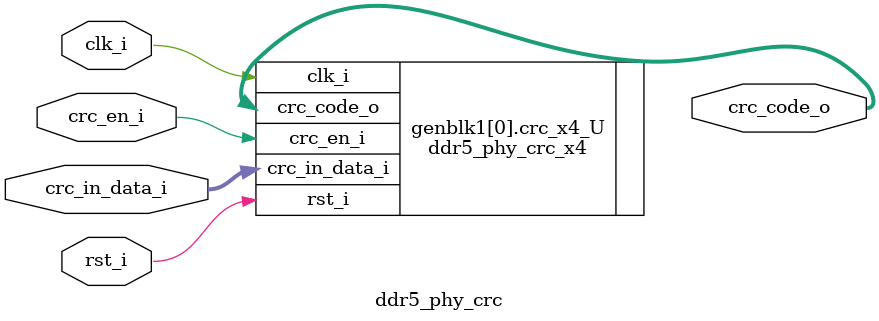
<source format=sv>
/**********************************************************************************
** Company: Si-Vision & FOE ASU
** Author: AHMED MOSTAFA KAMAL , ADHAM HAZEM ALGENDI AND AHMED MOHAMED AMIN
**
** Create Date: 24/3/2022
** Edited on :  21/4/2022
** Module Name: ddr5_phy_crc
** Description: this file contains the CRC RTL, the design implementation
** is based on IEEE standard (Std 802.15.4-2011)
**
**
*********************************************************************************/
`timescale 1ns / 1ps


module ddr5_phy_crc
    # (parameter pDRAM_SIZE = 4 )  // parameter indicate the device size (X4, X8, X16)
(
         // input signals //
			input wire 					clk_i ,         // clock signal
  			input wire 					rst_i ,         // active low asynchronous reset
  			input wire 					crc_en_i ,      // enable signal from write data block 
  			input wire  [2*pDRAM_SIZE-1: 0]			crc_in_data_i , // input data bus from write data block that required crc code 
  
          // output signals //
  			output reg  [2*pDRAM_SIZE-1: 0]	    crc_code_o       // output crc bits 
  		
); 




                           // duplicating crc block according to the device size /// 
genvar i ;

  generate
    for ( i=0 ; i< 2*pDRAM_SIZE ; i = i + 8 )
	  begin
        ddr5_phy_crc_x4 crc_x4_U (.crc_in_data_i (crc_in_data_i[i+7 : i]), .crc_code_o(crc_code_o[i+7 : i]) , .clk_i(clk_i), .rst_i(rst_i), .crc_en_i(crc_en_i)) ;
	  end
  endgenerate
endmodule  


</source>
